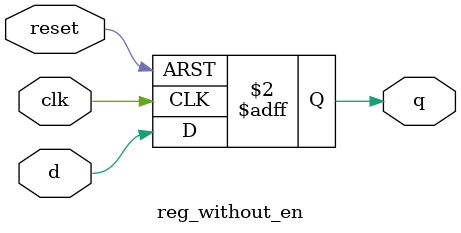
<source format=v>
module reg_without_en #(
    parameter WIDTH = 1
) (
    input  wire             clk,  
    input  wire             reset,  
    input  wire [WIDTH-1:0] d,   
    output reg  [WIDTH-1:0] q   
);

    always @(posedge clk or posedge reset) begin
        if (reset)
            q <= {WIDTH{1'b0}};  
        else
            q <= d;
    end

endmodule
</source>
